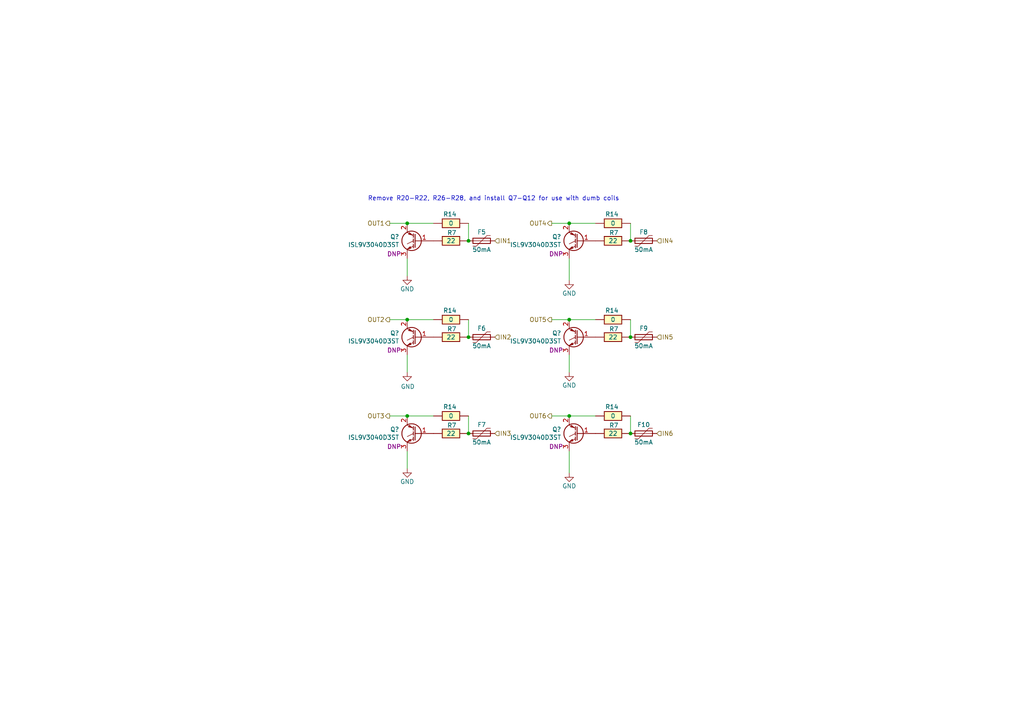
<source format=kicad_sch>
(kicad_sch (version 20231120) (generator "eeschema") (generator_version "8.0")
  (paper "A4")
  (title_block (title "UAEFI") (date "2025-04-30") (rev "E") (company "rusEFI.com"))
  (lib_symbols
    (symbol "Device:Polyfuse" (pin_numbers hide) (pin_names (offset 0))
      (property "Reference" "F" (at -2.54 0 90))
      (property "Value" "Polyfuse" (at 2.54 0 90))
      (symbol "Polyfuse_0_1"
        (rectangle (start -0.762 2.54) (end 0.762 -2.54) (stroke (width 0.254)))
        (polyline (pts (xy 0 2.54) (xy 0 -2.54)))
        (polyline (pts (xy -1.524 2.54) (xy -1.524 1.524) (xy 1.524 -1.524) (xy 1.524 -2.54)))
      )
      (symbol "Polyfuse_1_1"
        (pin passive line (at 0 3.81 270) (length 1.27) (name "~") (number "1"))
        (pin passive line (at 0 -3.81 90) (length 1.27) (name "~") (number "2"))
      )
    )
    (symbol "Device:Q_NIGBT_GCE" (pin_names (offset 0) hide)
      (property "Reference" "Q" (at 5.08 1.27 0))
      (property "Value" "Q_NIGBT_GCE" (at 5.08 -1.27 0))
      (symbol "Q_NIGBT_GCE_0_1"
        (polyline (pts (xy 0.762 -1.016) (xy 0.762 -2.032)) (stroke (width 0.254)))
        (polyline (pts (xy 0.762 0.508) (xy 0.762 -0.508)) (stroke (width 0.254)))
        (polyline (pts (xy 0.762 2.032) (xy 0.762 1.016)) (stroke (width 0.254)))
        (polyline (pts (xy 2.54 -2.413) (xy 0.762 -1.524)))
        (polyline (pts (xy 2.54 -0.889) (xy 0.762 0)))
        (polyline (pts (xy 2.54 2.413) (xy 0.762 1.524)))
        (polyline (pts (xy 0.254 1.905) (xy 0.254 -1.905) (xy 0.254 -1.905)) (stroke (width 0.254)))
        (polyline (pts (xy 1.397 -2.159) (xy 1.651 -1.651) (xy 2.54 -2.413) (xy 1.397 -2.159)) (fill (type outline)))
        (polyline (pts (xy 2.159 1.905) (xy 1.905 2.413) (xy 1.016 1.651) (xy 2.159 1.905)) (fill (type outline)))
        (circle (center 1.27 0) (radius 2.8194) (stroke (width 0.254)))
      )
      (symbol "Q_NIGBT_GCE_1_1"
        (pin input line (at -5.08 0 0) (length 5.334) (name "G") (number "1"))
        (pin passive line (at 2.54 5.08 270) (length 2.54) (name "C") (number "2"))
        (pin passive line (at 2.54 -5.08 90) (length 2.54) (name "E") (number "3"))
      )
    )
    (symbol "hellen-one-common:Res" (pin_numbers hide)
      (property "Reference" "R" (at 3.81 2.54 0))
      (property "Value" "Res" (at 5.08 -2.54 0))
      (symbol "Res_1_0"
        (rectangle (start 2.54 -1.27) (end 7.62 1.27) (stroke (width 0.254)) (fill (type background)))
        (pin passive line (at 0 0 0) (length 2.54) (name "") (number "1"))
        (pin passive line (at 10.16 0 180) (length 2.54) (name "") (number "2"))
      )
    )
    (symbol "power:GND" (power) (pin_numbers hide) (pin_names (offset 0) hide)
      (property "Value" "GND" (at 0 -3.81 0))
      (symbol "GND_0_1"
        (polyline (pts (xy 0 0) (xy 0 -1.27) (xy 1.27 -1.27) (xy 0 -2.54) (xy -1.27 -1.27) (xy 0 -1.27)))
      )
      (symbol "GND_1_1"
        (pin power_in line (at 0 0 270) (length 0) (name "~") (number "1"))
      )
    )
  )
  (junction (at 118.11 64.77))
  (junction (at 118.11 120.65))
  (junction (at 135.89 69.85))
  (junction (at 118.11 92.71))
  (junction (at 135.89 97.79))
  (junction (at 182.88 125.73))
  (junction (at 182.88 97.79))
  (junction (at 165.1 64.77))
  (junction (at 182.88 69.85))
  (junction (at 165.1 120.65))
  (junction (at 165.1 92.71))
  (junction (at 135.89 125.73))
  (wire (pts (xy 182.88 64.77) (xy 182.88 69.85)))
  (wire (pts (xy 160.02 64.77) (xy 165.1 64.77)))
  (wire (pts (xy 118.11 102.87) (xy 118.11 107.95)))
  (wire (pts (xy 113.03 120.65) (xy 118.11 120.65)))
  (wire (pts (xy 118.11 74.93) (xy 118.11 80.01)))
  (wire (pts (xy 165.1 130.81) (xy 165.1 137.16)))
  (wire (pts (xy 160.02 92.71) (xy 165.1 92.71)))
  (wire (pts (xy 165.1 74.93) (xy 165.1 81.28)))
  (wire (pts (xy 165.1 102.87) (xy 165.1 107.95)))
  (wire (pts (xy 135.89 92.71) (xy 135.89 97.79)))
  (wire (pts (xy 165.1 64.77) (xy 172.72 64.77)))
  (wire (pts (xy 135.89 120.65) (xy 135.89 125.73)))
  (wire (pts (xy 165.1 120.65) (xy 172.72 120.65)))
  (wire (pts (xy 118.11 120.65) (xy 125.73 120.65)))
  (wire (pts (xy 113.03 64.77) (xy 118.11 64.77)))
  (wire (pts (xy 118.11 92.71) (xy 125.73 92.71)))
  (wire (pts (xy 165.1 92.71) (xy 172.72 92.71)))
  (wire (pts (xy 160.02 120.65) (xy 165.1 120.65)))
  (wire (pts (xy 182.88 92.71) (xy 182.88 97.79)))
  (wire (pts (xy 182.88 120.65) (xy 182.88 125.73)))
  (wire (pts (xy 118.11 130.81) (xy 118.11 135.89)))
  (wire (pts (xy 118.11 64.77) (xy 125.73 64.77)))
  (wire (pts (xy 113.03 92.71) (xy 118.11 92.71)))
  (wire (pts (xy 135.89 64.77) (xy 135.89 69.85)))
  (text "Remove R20-R22, R26-R28, and install Q7-Q12 for use with dumb coils" (at 106.68 58.42 0) (effects (font (size 1.27 1.27)) (justify left bottom)))
  (hierarchical_label "IN5" (shape input) (at 190.5 97.79 0))
  (hierarchical_label "OUT1" (shape output) (at 113.03 64.77 180))
  (hierarchical_label "OUT3" (shape output) (at 113.03 120.65 180))
  (hierarchical_label "IN2" (shape input) (at 143.51 97.79 0))
  (hierarchical_label "IN6" (shape input) (at 190.5 125.73 0))
  (hierarchical_label "OUT6" (shape output) (at 160.02 120.65 180))
  (hierarchical_label "OUT5" (shape output) (at 160.02 92.71 180))
  (hierarchical_label "OUT2" (shape output) (at 113.03 92.71 180))
  (hierarchical_label "IN3" (shape input) (at 143.51 125.73 0))
  (hierarchical_label "IN1" (shape input) (at 143.51 69.85 0))
  (hierarchical_label "OUT4" (shape output) (at 160.02 64.77 180))
  (hierarchical_label "IN4" (shape input) (at 190.5 69.85 0))
  (symbol (lib_id "Device:Q_NIGBT_GCE") (at 120.65 125.73 0) (mirror y) (unit 1)
    (property "Reference" "Q?" (at 115.7986 124.5616 0) (effects (justify left)))
    (property "Value" "ISL9V3040D3ST" (at 115.7986 126.873 0) (effects (justify left)))
    (property "Footprint" "Package_TO_SOT_SMD:TO-252-2" (effects (hide yes)))
    (property "MyComment" "DNP" (at 114.3 129.54 0))
    (instances (project "hellen-hyundai-pb-154" (path "" (reference "Q?") (unit 1)) (path "" (reference "Q?") (unit 1))) (project "DUMB_COILS4" (path "" (reference "Q?") (unit 1))) (project "uaefi" (path "" (reference "Q3") (unit 1))) (project "ign_quad" (path "" (reference "Q?") (unit 1))))
  )
  (symbol (lib_id "hellen-one-common:Res") (at 182.88 92.71 0) (mirror y) (unit 1)
    (property "Reference" "R14" (at 177.4796 90.0653 0))
    (property "Value" "0" (at 177.8 92.71 0))
    (property "Footprint" "Resistor_SMD:R_2512_6332Metric" (effects (hide yes)))
    (property "LCSC" "C25469" (effects (hide yes)))
    (instances (project "proteus81harley" (path "" (reference "R14") (unit 1))) (project "uaefi" (path "" (reference "R33") (unit 1))))
  )
  (symbol (lib_id "Device:Polyfuse") (at 186.69 125.73 90) (unit 1)
    (property "Reference" "F10" (at 186.69 123.19 90))
    (property "Value" "50mA" (at 186.69 128.27 90))
    (property "Footprint" "Fuse:Fuse_0603_1608Metric" (effects (hide yes)))
    (property "LCSC" "C369141" (effects (hide yes)))
  )
  (symbol (lib_id "hellen-one-common:Res") (at 125.73 69.85 0) (mirror x) (unit 1)
    (property "Reference" "R7" (at 131.052 67.5018 0))
    (property "Value" "22" (at 130.81 69.85 0))
    (property "Footprint" "hellen-one-common:R0603" (effects (hide yes)))
    (property "LCSC" "C23345" (effects (hide yes)))
    (instances (project "proteus81harley" (path "" (reference "R7") (unit 1))) (project "uaefi" (path "" (reference "R23") (unit 1))))
  )
  (symbol (lib_id "hellen-one-common:Res") (at 182.88 64.77 0) (mirror y) (unit 1)
    (property "Reference" "R14" (at 177.4796 62.1253 0))
    (property "Value" "0" (at 177.8 64.77 0))
    (property "Footprint" "Resistor_SMD:R_2512_6332Metric" (effects (hide yes)))
    (property "LCSC" "C25469" (effects (hide yes)))
    (instances (project "proteus81harley" (path "" (reference "R14") (unit 1))) (project "uaefi" (path "" (reference "R32") (unit 1))))
  )
  (symbol (lib_id "hellen-one-common:Res") (at 172.72 125.73 0) (mirror x) (unit 1)
    (property "Reference" "R7" (at 178.042 123.3818 0))
    (property "Value" "22" (at 177.8 125.73 0))
    (property "Footprint" "hellen-one-common:R0603" (effects (hide yes)))
    (property "LCSC" "C23345" (effects (hide yes)))
    (instances (project "proteus81harley" (path "" (reference "R7") (unit 1))) (project "uaefi" (path "" (reference "R31") (unit 1))))
  )
  (symbol (lib_id "hellen-one-common:Res") (at 125.73 97.79 0) (mirror x) (unit 1)
    (property "Reference" "R7" (at 131.052 95.4418 0))
    (property "Value" "22" (at 130.81 97.79 0))
    (property "Footprint" "hellen-one-common:R0603" (effects (hide yes)))
    (property "LCSC" "C23345" (effects (hide yes)))
    (instances (project "proteus81harley" (path "" (reference "R7") (unit 1))) (project "uaefi" (path "" (reference "R24") (unit 1))))
  )
  (symbol (lib_id "power:GND") (at 118.11 135.89 0) (unit 1)
    (property "Reference" "#PWR?" (effects (hide yes)))
    (property "Value" "GND" (at 118.11 139.7 0))
    (property "Description" "Power symbol creates a global label with name \"GND\" , ground" (effects (hide yes)))
    (instances (project "hellen-hyundai-pb-154" (path "" (reference "#PWR?") (unit 1)) (path "" (reference "#PWR?") (unit 1))) (project "DUMB_COILS4" (path "" (reference "#PWR?") (unit 1))) (project "uaefi" (path "" (reference "#PWR0121") (unit 1))) (project "ign_quad" (path "" (reference "#PWR?") (unit 1))))
  )
  (symbol (lib_id "hellen-one-common:Res") (at 135.89 64.77 0) (mirror y) (unit 1)
    (property "Reference" "R14" (at 130.4896 62.1253 0))
    (property "Value" "0" (at 130.81 64.77 0))
    (property "Footprint" "Resistor_SMD:R_2512_6332Metric" (effects (hide yes)))
    (property "LCSC" "C25469" (effects (hide yes)))
    (instances (project "proteus81harley" (path "" (reference "R14") (unit 1))) (project "uaefi" (path "" (reference "R26") (unit 1))))
  )
  (symbol (lib_id "Device:Polyfuse") (at 186.69 97.79 90) (unit 1)
    (property "Reference" "F9" (at 186.69 95.25 90))
    (property "Value" "50mA" (at 186.69 100.33 90))
    (property "Footprint" "Fuse:Fuse_0603_1608Metric" (effects (hide yes)))
    (property "LCSC" "C369141" (effects (hide yes)))
  )
  (symbol (lib_id "Device:Q_NIGBT_GCE") (at 120.65 69.85 0) (mirror y) (unit 1)
    (property "Reference" "Q?" (at 115.7986 68.6816 0) (effects (justify left)))
    (property "Value" "ISL9V3040D3ST" (at 115.7986 70.993 0) (effects (justify left)))
    (property "Footprint" "Package_TO_SOT_SMD:TO-252-2" (effects (hide yes)))
    (property "MyComment" "DNP" (at 114.3 73.66 0))
    (instances (project "hellen-hyundai-pb-154" (path "" (reference "Q?") (unit 1)) (path "" (reference "Q?") (unit 1))) (project "DUMB_COILS4" (path "" (reference "Q?") (unit 1))) (project "uaefi" (path "" (reference "Q1") (unit 1))) (project "ign_quad" (path "" (reference "Q?") (unit 1))))
  )
  (symbol (lib_id "power:GND") (at 165.1 137.16 0) (unit 1)
    (property "Reference" "#PWR?" (effects (hide yes)))
    (property "Value" "GND" (at 165.1 140.97 0))
    (property "Description" "Power symbol creates a global label with name \"GND\" , ground" (effects (hide yes)))
    (instances (project "hellen-hyundai-pb-154" (path "" (reference "#PWR?") (unit 1)) (path "" (reference "#PWR?") (unit 1))) (project "DUMB_COILS4" (path "" (reference "#PWR?") (unit 1))) (project "uaefi" (path "" (reference "#PWR0124") (unit 1))) (project "ign_quad" (path "" (reference "#PWR?") (unit 1))))
  )
  (symbol (lib_id "hellen-one-common:Res") (at 125.73 125.73 0) (mirror x) (unit 1)
    (property "Reference" "R7" (at 131.052 123.3818 0))
    (property "Value" "22" (at 130.81 125.73 0))
    (property "Footprint" "hellen-one-common:R0603" (effects (hide yes)))
    (property "LCSC" "C23345" (effects (hide yes)))
    (instances (project "proteus81harley" (path "" (reference "R7") (unit 1))) (project "uaefi" (path "" (reference "R25") (unit 1))))
  )
  (symbol (lib_id "Device:Q_NIGBT_GCE") (at 120.65 97.79 0) (mirror y) (unit 1)
    (property "Reference" "Q?" (at 115.7986 96.6216 0) (effects (justify left)))
    (property "Value" "ISL9V3040D3ST" (at 115.7986 98.933 0) (effects (justify left)))
    (property "Footprint" "Package_TO_SOT_SMD:TO-252-2" (effects (hide yes)))
    (property "MyComment" "DNP" (at 114.3 101.6 0))
    (instances (project "hellen-hyundai-pb-154" (path "" (reference "Q?") (unit 1)) (path "" (reference "Q?") (unit 1))) (project "DUMB_COILS4" (path "" (reference "Q?") (unit 1))) (project "uaefi" (path "" (reference "Q2") (unit 1))) (project "ign_quad" (path "" (reference "Q?") (unit 1))))
  )
  (symbol (lib_id "power:GND") (at 118.11 80.01 0) (unit 1)
    (property "Reference" "#PWR?" (effects (hide yes)))
    (property "Value" "GND" (at 118.11 83.82 0))
    (property "Description" "Power symbol creates a global label with name \"GND\" , ground" (effects (hide yes)))
    (instances (project "hellen-hyundai-pb-154" (path "" (reference "#PWR?") (unit 1)) (path "" (reference "#PWR?") (unit 1))) (project "DUMB_COILS4" (path "" (reference "#PWR?") (unit 1))) (project "uaefi" (path "" (reference "#PWR0119") (unit 1))) (project "ign_quad" (path "" (reference "#PWR?") (unit 1))))
  )
  (symbol (lib_id "Device:Polyfuse") (at 139.7 69.85 90) (unit 1)
    (property "Reference" "F5" (at 139.7 67.31 90))
    (property "Value" "50mA" (at 139.7 72.39 90))
    (property "Footprint" "Fuse:Fuse_0603_1608Metric" (effects (hide yes)))
    (property "LCSC" "C369141" (effects (hide yes)))
  )
  (symbol (lib_id "Device:Q_NIGBT_GCE") (at 167.64 69.85 0) (mirror y) (unit 1)
    (property "Reference" "Q?" (at 162.7886 68.6816 0) (effects (justify left)))
    (property "Value" "ISL9V3040D3ST" (at 162.7886 70.993 0) (effects (justify left)))
    (property "Footprint" "Package_TO_SOT_SMD:TO-252-2" (effects (hide yes)))
    (property "MyComment" "DNP" (at 161.29 73.66 0))
    (instances (project "hellen-hyundai-pb-154" (path "" (reference "Q?") (unit 1)) (path "" (reference "Q?") (unit 1))) (project "DUMB_COILS4" (path "" (reference "Q?") (unit 1))) (project "uaefi" (path "" (reference "Q4") (unit 1))) (project "ign_quad" (path "" (reference "Q?") (unit 1))))
  )
  (symbol (lib_id "hellen-one-common:Res") (at 172.72 97.79 0) (mirror x) (unit 1)
    (property "Reference" "R7" (at 178.042 95.4418 0))
    (property "Value" "22" (at 177.8 97.79 0))
    (property "Footprint" "hellen-one-common:R0603" (effects (hide yes)))
    (property "LCSC" "C23345" (effects (hide yes)))
    (instances (project "proteus81harley" (path "" (reference "R7") (unit 1))) (project "uaefi" (path "" (reference "R30") (unit 1))))
  )
  (symbol (lib_id "Device:Polyfuse") (at 139.7 97.79 90) (unit 1)
    (property "Reference" "F6" (at 139.7 95.25 90))
    (property "Value" "50mA" (at 139.7 100.33 90))
    (property "Footprint" "Fuse:Fuse_0603_1608Metric" (effects (hide yes)))
    (property "LCSC" "C369141" (effects (hide yes)))
  )
  (symbol (lib_id "Device:Q_NIGBT_GCE") (at 167.64 125.73 0) (mirror y) (unit 1)
    (property "Reference" "Q?" (at 162.7886 124.5616 0) (effects (justify left)))
    (property "Value" "ISL9V3040D3ST" (at 162.7886 126.873 0) (effects (justify left)))
    (property "Footprint" "Package_TO_SOT_SMD:TO-252-2" (effects (hide yes)))
    (property "MyComment" "DNP" (at 161.29 129.54 0))
    (instances (project "hellen-hyundai-pb-154" (path "" (reference "Q?") (unit 1)) (path "" (reference "Q?") (unit 1))) (project "DUMB_COILS4" (path "" (reference "Q?") (unit 1))) (project "uaefi" (path "" (reference "Q6") (unit 1))) (project "ign_quad" (path "" (reference "Q?") (unit 1))))
  )
  (symbol (lib_id "hellen-one-common:Res") (at 182.88 120.65 0) (mirror y) (unit 1)
    (property "Reference" "R14" (at 177.4796 118.0053 0))
    (property "Value" "0" (at 177.8 120.65 0))
    (property "Footprint" "Resistor_SMD:R_2512_6332Metric" (effects (hide yes)))
    (property "LCSC" "C25469" (effects (hide yes)))
    (instances (project "proteus81harley" (path "" (reference "R14") (unit 1))) (project "uaefi" (path "" (reference "R34") (unit 1))))
  )
  (symbol (lib_id "power:GND") (at 165.1 81.28 0) (unit 1)
    (property "Reference" "#PWR?" (effects (hide yes)))
    (property "Value" "GND" (at 165.1 85.09 0))
    (property "Description" "Power symbol creates a global label with name \"GND\" , ground" (effects (hide yes)))
    (instances (project "hellen-hyundai-pb-154" (path "" (reference "#PWR?") (unit 1)) (path "" (reference "#PWR?") (unit 1))) (project "DUMB_COILS4" (path "" (reference "#PWR?") (unit 1))) (project "uaefi" (path "" (reference "#PWR0122") (unit 1))) (project "ign_quad" (path "" (reference "#PWR?") (unit 1))))
  )
  (symbol (lib_id "hellen-one-common:Res") (at 135.89 92.71 0) (mirror y) (unit 1)
    (property "Reference" "R14" (at 130.4896 90.0653 0))
    (property "Value" "0" (at 130.81 92.71 0))
    (property "Footprint" "Resistor_SMD:R_2512_6332Metric" (effects (hide yes)))
    (property "LCSC" "C25469" (effects (hide yes)))
    (instances (project "proteus81harley" (path "" (reference "R14") (unit 1))) (project "uaefi" (path "" (reference "R27") (unit 1))))
  )
  (symbol (lib_id "hellen-one-common:Res") (at 172.72 69.85 0) (mirror x) (unit 1)
    (property "Reference" "R7" (at 178.042 67.5018 0))
    (property "Value" "22" (at 177.8 69.85 0))
    (property "Footprint" "hellen-one-common:R0603" (effects (hide yes)))
    (property "LCSC" "C23345" (effects (hide yes)))
    (instances (project "proteus81harley" (path "" (reference "R7") (unit 1))) (project "uaefi" (path "" (reference "R29") (unit 1))))
  )
  (symbol (lib_id "power:GND") (at 165.1 107.95 0) (unit 1)
    (property "Reference" "#PWR?" (effects (hide yes)))
    (property "Value" "GND" (at 165.1 111.76 0))
    (property "Description" "Power symbol creates a global label with name \"GND\" , ground" (effects (hide yes)))
    (instances (project "hellen-hyundai-pb-154" (path "" (reference "#PWR?") (unit 1)) (path "" (reference "#PWR?") (unit 1))) (project "DUMB_COILS4" (path "" (reference "#PWR?") (unit 1))) (project "uaefi" (path "" (reference "#PWR0123") (unit 1))) (project "ign_quad" (path "" (reference "#PWR?") (unit 1))))
  )
  (symbol (lib_id "power:GND") (at 118.11 107.95 0) (unit 1)
    (property "Reference" "#PWR?" (effects (hide yes)))
    (property "Value" "GND" (at 118.2594 112.121 0))
    (property "Description" "Power symbol creates a global label with name \"GND\" , ground" (effects (hide yes)))
    (instances (project "hellen-hyundai-pb-154" (path "" (reference "#PWR?") (unit 1)) (path "" (reference "#PWR?") (unit 1))) (project "DUMB_COILS4" (path "" (reference "#PWR?") (unit 1))) (project "uaefi" (path "" (reference "#PWR0120") (unit 1))) (project "ign_quad" (path "" (reference "#PWR?") (unit 1))))
  )
  (symbol (lib_id "hellen-one-common:Res") (at 135.89 120.65 0) (mirror y) (unit 1)
    (property "Reference" "R14" (at 130.4896 118.0053 0))
    (property "Value" "0" (at 130.81 120.65 0))
    (property "Footprint" "Resistor_SMD:R_2512_6332Metric" (effects (hide yes)))
    (property "LCSC" "C25469" (effects (hide yes)))
    (instances (project "proteus81harley" (path "" (reference "R14") (unit 1))) (project "uaefi" (path "" (reference "R28") (unit 1))))
  )
  (symbol (lib_id "Device:Q_NIGBT_GCE") (at 167.64 97.79 0) (mirror y) (unit 1)
    (property "Reference" "Q?" (at 162.7886 96.6216 0) (effects (justify left)))
    (property "Value" "ISL9V3040D3ST" (at 162.7886 98.933 0) (effects (justify left)))
    (property "Footprint" "Package_TO_SOT_SMD:TO-252-2" (effects (hide yes)))
    (property "MyComment" "DNP" (at 161.29 101.6 0))
    (instances (project "hellen-hyundai-pb-154" (path "" (reference "Q?") (unit 1)) (path "" (reference "Q?") (unit 1))) (project "DUMB_COILS4" (path "" (reference "Q?") (unit 1))) (project "uaefi" (path "" (reference "Q5") (unit 1))) (project "ign_quad" (path "" (reference "Q?") (unit 1))))
  )
  (symbol (lib_id "Device:Polyfuse") (at 186.69 69.85 90) (unit 1)
    (property "Reference" "F8" (at 186.69 67.31 90))
    (property "Value" "50mA" (at 186.69 72.39 90))
    (property "Footprint" "Fuse:Fuse_0603_1608Metric" (effects (hide yes)))
    (property "LCSC" "C369141" (effects (hide yes)))
  )
  (symbol (lib_id "Device:Polyfuse") (at 139.7 125.73 90) (unit 1)
    (property "Reference" "F7" (at 139.7 123.19 90))
    (property "Value" "50mA" (at 139.7 128.27 90))
    (property "Footprint" "Fuse:Fuse_0603_1608Metric" (effects (hide yes)))
    (property "LCSC" "C369141" (effects (hide yes)))
  )
)
</source>
